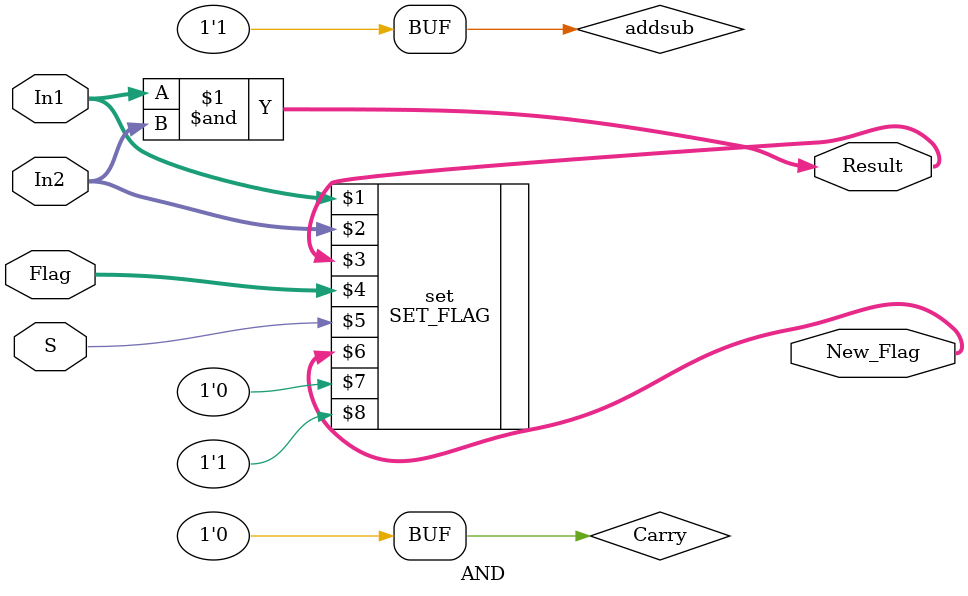
<source format=v>
module AND(In1, In2, Result,Flag,S,New_Flag);	//[N, Z, C, V}]
input signed [31:0] In1, In2;
input S;
input [3:0] Flag;
output signed [31:0] Result;
output [3:0] New_Flag;
wire Carry=1'b0;
wire addsub=1'b1;
assign Result = In1 & In2;

//Flag assignments
SET_FLAG set(In1, In2, Result,Flag,S,New_Flag,Carry,addsub);
endmodule
</source>
